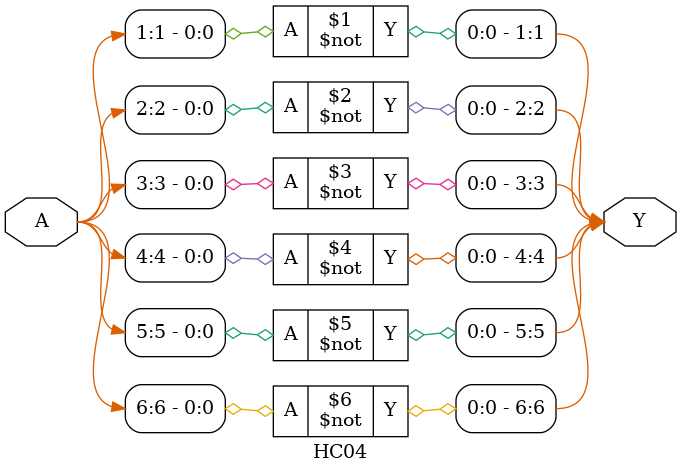
<source format=v>
module HC04(A,Y);
input wire[6:1]A;
output wire[6:1]Y;
not 
gate1(Y[1],A[1]),
gate2(Y[2],A[2]),
gate3(Y[3],A[3]),
gate4(Y[4],A[4]),
gate5(Y[5],A[5]),
gate6(Y[6],A[6]);
//74HC04 ·Ç ÃÅ¼¶·ç¸ñ
endmodule
</source>
